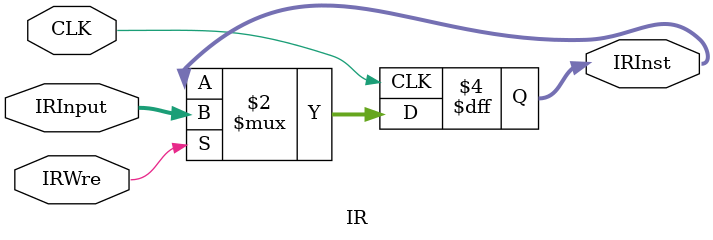
<source format=v>
`timescale 1ns / 1ps

module IR(
        input CLK,
        input [31:0] IRInput,
        input IRWre,
        output reg [31:0] IRInst
    );
    
    always @( posedge CLK ) begin
        if (IRWre) begin
            IRInst <= IRInput;
        end
    end

endmodule
</source>
